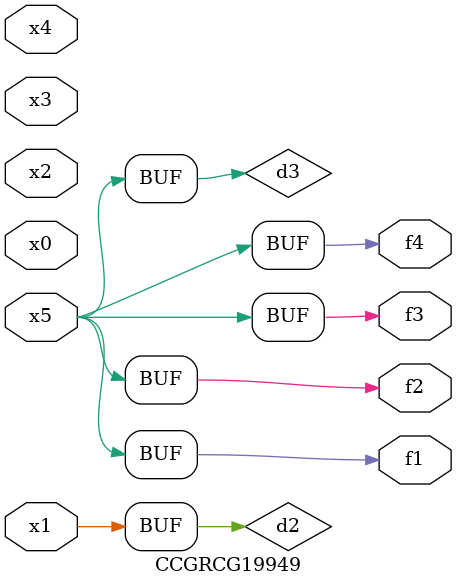
<source format=v>
module CCGRCG19949(
	input x0, x1, x2, x3, x4, x5,
	output f1, f2, f3, f4
);

	wire d1, d2, d3;

	not (d1, x5);
	or (d2, x1);
	xnor (d3, d1);
	assign f1 = d3;
	assign f2 = d3;
	assign f3 = d3;
	assign f4 = d3;
endmodule

</source>
